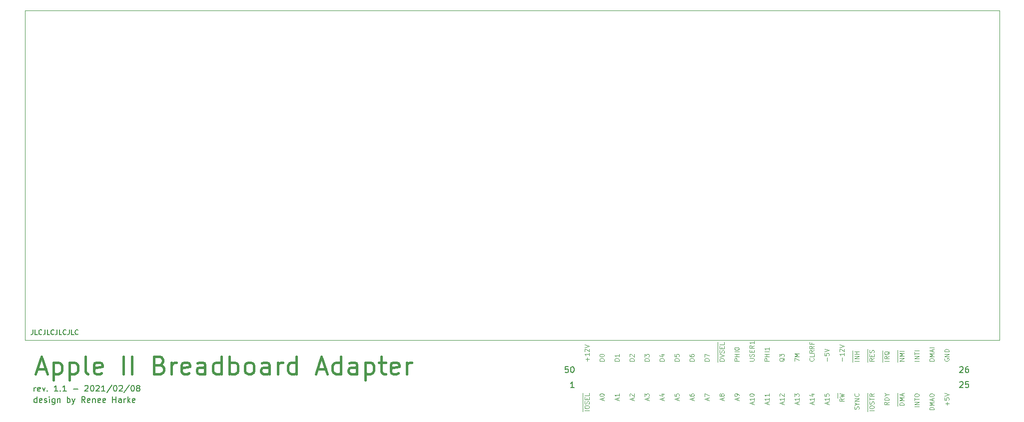
<source format=gbr>
G04 #@! TF.GenerationSoftware,KiCad,Pcbnew,(5.1.5-0-10_14)*
G04 #@! TF.CreationDate,2021-02-08T21:24:19-05:00*
G04 #@! TF.ProjectId,apple-ii-breadboard-card,6170706c-652d-4696-992d-627265616462,1.1*
G04 #@! TF.SameCoordinates,Original*
G04 #@! TF.FileFunction,Legend,Top*
G04 #@! TF.FilePolarity,Positive*
%FSLAX46Y46*%
G04 Gerber Fmt 4.6, Leading zero omitted, Abs format (unit mm)*
G04 Created by KiCad (PCBNEW (5.1.5-0-10_14)) date 2021-02-08 21:24:19*
%MOMM*%
%LPD*%
G04 APERTURE LIST*
%ADD10C,0.150000*%
%ADD11C,0.450000*%
%ADD12C,0.120000*%
%ADD13C,0.125000*%
G04 APERTURE END LIST*
D10*
X76964166Y-122372380D02*
X76964166Y-121372380D01*
X76964166Y-122324761D02*
X76868928Y-122372380D01*
X76678452Y-122372380D01*
X76583214Y-122324761D01*
X76535595Y-122277142D01*
X76487976Y-122181904D01*
X76487976Y-121896190D01*
X76535595Y-121800952D01*
X76583214Y-121753333D01*
X76678452Y-121705714D01*
X76868928Y-121705714D01*
X76964166Y-121753333D01*
X77821309Y-122324761D02*
X77726071Y-122372380D01*
X77535595Y-122372380D01*
X77440357Y-122324761D01*
X77392738Y-122229523D01*
X77392738Y-121848571D01*
X77440357Y-121753333D01*
X77535595Y-121705714D01*
X77726071Y-121705714D01*
X77821309Y-121753333D01*
X77868928Y-121848571D01*
X77868928Y-121943809D01*
X77392738Y-122039047D01*
X78249880Y-122324761D02*
X78345119Y-122372380D01*
X78535595Y-122372380D01*
X78630833Y-122324761D01*
X78678452Y-122229523D01*
X78678452Y-122181904D01*
X78630833Y-122086666D01*
X78535595Y-122039047D01*
X78392738Y-122039047D01*
X78297500Y-121991428D01*
X78249880Y-121896190D01*
X78249880Y-121848571D01*
X78297500Y-121753333D01*
X78392738Y-121705714D01*
X78535595Y-121705714D01*
X78630833Y-121753333D01*
X79107023Y-122372380D02*
X79107023Y-121705714D01*
X79107023Y-121372380D02*
X79059404Y-121420000D01*
X79107023Y-121467619D01*
X79154642Y-121420000D01*
X79107023Y-121372380D01*
X79107023Y-121467619D01*
X80011785Y-121705714D02*
X80011785Y-122515238D01*
X79964166Y-122610476D01*
X79916547Y-122658095D01*
X79821309Y-122705714D01*
X79678452Y-122705714D01*
X79583214Y-122658095D01*
X80011785Y-122324761D02*
X79916547Y-122372380D01*
X79726071Y-122372380D01*
X79630833Y-122324761D01*
X79583214Y-122277142D01*
X79535595Y-122181904D01*
X79535595Y-121896190D01*
X79583214Y-121800952D01*
X79630833Y-121753333D01*
X79726071Y-121705714D01*
X79916547Y-121705714D01*
X80011785Y-121753333D01*
X80487976Y-121705714D02*
X80487976Y-122372380D01*
X80487976Y-121800952D02*
X80535595Y-121753333D01*
X80630833Y-121705714D01*
X80773690Y-121705714D01*
X80868928Y-121753333D01*
X80916547Y-121848571D01*
X80916547Y-122372380D01*
X82154642Y-122372380D02*
X82154642Y-121372380D01*
X82154642Y-121753333D02*
X82249880Y-121705714D01*
X82440357Y-121705714D01*
X82535595Y-121753333D01*
X82583214Y-121800952D01*
X82630833Y-121896190D01*
X82630833Y-122181904D01*
X82583214Y-122277142D01*
X82535595Y-122324761D01*
X82440357Y-122372380D01*
X82249880Y-122372380D01*
X82154642Y-122324761D01*
X82964166Y-121705714D02*
X83202261Y-122372380D01*
X83440357Y-121705714D02*
X83202261Y-122372380D01*
X83107023Y-122610476D01*
X83059404Y-122658095D01*
X82964166Y-122705714D01*
X85154642Y-122372380D02*
X84821309Y-121896190D01*
X84583214Y-122372380D02*
X84583214Y-121372380D01*
X84964166Y-121372380D01*
X85059404Y-121420000D01*
X85107023Y-121467619D01*
X85154642Y-121562857D01*
X85154642Y-121705714D01*
X85107023Y-121800952D01*
X85059404Y-121848571D01*
X84964166Y-121896190D01*
X84583214Y-121896190D01*
X85964166Y-122324761D02*
X85868928Y-122372380D01*
X85678452Y-122372380D01*
X85583214Y-122324761D01*
X85535595Y-122229523D01*
X85535595Y-121848571D01*
X85583214Y-121753333D01*
X85678452Y-121705714D01*
X85868928Y-121705714D01*
X85964166Y-121753333D01*
X86011785Y-121848571D01*
X86011785Y-121943809D01*
X85535595Y-122039047D01*
X86440357Y-121705714D02*
X86440357Y-122372380D01*
X86440357Y-121800952D02*
X86487976Y-121753333D01*
X86583214Y-121705714D01*
X86726071Y-121705714D01*
X86821309Y-121753333D01*
X86868928Y-121848571D01*
X86868928Y-122372380D01*
X87726071Y-122324761D02*
X87630833Y-122372380D01*
X87440357Y-122372380D01*
X87345119Y-122324761D01*
X87297500Y-122229523D01*
X87297500Y-121848571D01*
X87345119Y-121753333D01*
X87440357Y-121705714D01*
X87630833Y-121705714D01*
X87726071Y-121753333D01*
X87773690Y-121848571D01*
X87773690Y-121943809D01*
X87297500Y-122039047D01*
X88583214Y-122324761D02*
X88487976Y-122372380D01*
X88297500Y-122372380D01*
X88202261Y-122324761D01*
X88154642Y-122229523D01*
X88154642Y-121848571D01*
X88202261Y-121753333D01*
X88297500Y-121705714D01*
X88487976Y-121705714D01*
X88583214Y-121753333D01*
X88630833Y-121848571D01*
X88630833Y-121943809D01*
X88154642Y-122039047D01*
X89821309Y-122372380D02*
X89821309Y-121372380D01*
X89821309Y-121848571D02*
X90392738Y-121848571D01*
X90392738Y-122372380D02*
X90392738Y-121372380D01*
X91297500Y-122372380D02*
X91297500Y-121848571D01*
X91249880Y-121753333D01*
X91154642Y-121705714D01*
X90964166Y-121705714D01*
X90868928Y-121753333D01*
X91297500Y-122324761D02*
X91202261Y-122372380D01*
X90964166Y-122372380D01*
X90868928Y-122324761D01*
X90821309Y-122229523D01*
X90821309Y-122134285D01*
X90868928Y-122039047D01*
X90964166Y-121991428D01*
X91202261Y-121991428D01*
X91297500Y-121943809D01*
X91773690Y-122372380D02*
X91773690Y-121705714D01*
X91773690Y-121896190D02*
X91821309Y-121800952D01*
X91868928Y-121753333D01*
X91964166Y-121705714D01*
X92059404Y-121705714D01*
X92392738Y-122372380D02*
X92392738Y-121372380D01*
X92487976Y-121991428D02*
X92773690Y-122372380D01*
X92773690Y-121705714D02*
X92392738Y-122086666D01*
X93583214Y-122324761D02*
X93487976Y-122372380D01*
X93297500Y-122372380D01*
X93202261Y-122324761D01*
X93154642Y-122229523D01*
X93154642Y-121848571D01*
X93202261Y-121753333D01*
X93297500Y-121705714D01*
X93487976Y-121705714D01*
X93583214Y-121753333D01*
X93630833Y-121848571D01*
X93630833Y-121943809D01*
X93154642Y-122039047D01*
X76314761Y-110051904D02*
X76314761Y-110623333D01*
X76276666Y-110737619D01*
X76200476Y-110813809D01*
X76086190Y-110851904D01*
X76010000Y-110851904D01*
X77076666Y-110851904D02*
X76695714Y-110851904D01*
X76695714Y-110051904D01*
X77800476Y-110775714D02*
X77762380Y-110813809D01*
X77648095Y-110851904D01*
X77571904Y-110851904D01*
X77457619Y-110813809D01*
X77381428Y-110737619D01*
X77343333Y-110661428D01*
X77305238Y-110509047D01*
X77305238Y-110394761D01*
X77343333Y-110242380D01*
X77381428Y-110166190D01*
X77457619Y-110090000D01*
X77571904Y-110051904D01*
X77648095Y-110051904D01*
X77762380Y-110090000D01*
X77800476Y-110128095D01*
X78371904Y-110051904D02*
X78371904Y-110623333D01*
X78333809Y-110737619D01*
X78257619Y-110813809D01*
X78143333Y-110851904D01*
X78067142Y-110851904D01*
X79133809Y-110851904D02*
X78752857Y-110851904D01*
X78752857Y-110051904D01*
X79857619Y-110775714D02*
X79819523Y-110813809D01*
X79705238Y-110851904D01*
X79629047Y-110851904D01*
X79514761Y-110813809D01*
X79438571Y-110737619D01*
X79400476Y-110661428D01*
X79362380Y-110509047D01*
X79362380Y-110394761D01*
X79400476Y-110242380D01*
X79438571Y-110166190D01*
X79514761Y-110090000D01*
X79629047Y-110051904D01*
X79705238Y-110051904D01*
X79819523Y-110090000D01*
X79857619Y-110128095D01*
X80429047Y-110051904D02*
X80429047Y-110623333D01*
X80390952Y-110737619D01*
X80314761Y-110813809D01*
X80200476Y-110851904D01*
X80124285Y-110851904D01*
X81190952Y-110851904D02*
X80810000Y-110851904D01*
X80810000Y-110051904D01*
X81914761Y-110775714D02*
X81876666Y-110813809D01*
X81762380Y-110851904D01*
X81686190Y-110851904D01*
X81571904Y-110813809D01*
X81495714Y-110737619D01*
X81457619Y-110661428D01*
X81419523Y-110509047D01*
X81419523Y-110394761D01*
X81457619Y-110242380D01*
X81495714Y-110166190D01*
X81571904Y-110090000D01*
X81686190Y-110051904D01*
X81762380Y-110051904D01*
X81876666Y-110090000D01*
X81914761Y-110128095D01*
X82486190Y-110051904D02*
X82486190Y-110623333D01*
X82448095Y-110737619D01*
X82371904Y-110813809D01*
X82257619Y-110851904D01*
X82181428Y-110851904D01*
X83248095Y-110851904D02*
X82867142Y-110851904D01*
X82867142Y-110051904D01*
X83971904Y-110775714D02*
X83933809Y-110813809D01*
X83819523Y-110851904D01*
X83743333Y-110851904D01*
X83629047Y-110813809D01*
X83552857Y-110737619D01*
X83514761Y-110661428D01*
X83476666Y-110509047D01*
X83476666Y-110394761D01*
X83514761Y-110242380D01*
X83552857Y-110166190D01*
X83629047Y-110090000D01*
X83743333Y-110051904D01*
X83819523Y-110051904D01*
X83933809Y-110090000D01*
X83971904Y-110128095D01*
X233332976Y-116387619D02*
X233380595Y-116340000D01*
X233475833Y-116292380D01*
X233713928Y-116292380D01*
X233809166Y-116340000D01*
X233856785Y-116387619D01*
X233904404Y-116482857D01*
X233904404Y-116578095D01*
X233856785Y-116720952D01*
X233285357Y-117292380D01*
X233904404Y-117292380D01*
X234761547Y-116292380D02*
X234571071Y-116292380D01*
X234475833Y-116340000D01*
X234428214Y-116387619D01*
X234332976Y-116530476D01*
X234285357Y-116720952D01*
X234285357Y-117101904D01*
X234332976Y-117197142D01*
X234380595Y-117244761D01*
X234475833Y-117292380D01*
X234666309Y-117292380D01*
X234761547Y-117244761D01*
X234809166Y-117197142D01*
X234856785Y-117101904D01*
X234856785Y-116863809D01*
X234809166Y-116768571D01*
X234761547Y-116720952D01*
X234666309Y-116673333D01*
X234475833Y-116673333D01*
X234380595Y-116720952D01*
X234332976Y-116768571D01*
X234285357Y-116863809D01*
X233332976Y-118927619D02*
X233380595Y-118880000D01*
X233475833Y-118832380D01*
X233713928Y-118832380D01*
X233809166Y-118880000D01*
X233856785Y-118927619D01*
X233904404Y-119022857D01*
X233904404Y-119118095D01*
X233856785Y-119260952D01*
X233285357Y-119832380D01*
X233904404Y-119832380D01*
X234809166Y-118832380D02*
X234332976Y-118832380D01*
X234285357Y-119308571D01*
X234332976Y-119260952D01*
X234428214Y-119213333D01*
X234666309Y-119213333D01*
X234761547Y-119260952D01*
X234809166Y-119308571D01*
X234856785Y-119403809D01*
X234856785Y-119641904D01*
X234809166Y-119737142D01*
X234761547Y-119784761D01*
X234666309Y-119832380D01*
X234428214Y-119832380D01*
X234332976Y-119784761D01*
X234285357Y-119737142D01*
X166987023Y-116292380D02*
X166510833Y-116292380D01*
X166463214Y-116768571D01*
X166510833Y-116720952D01*
X166606071Y-116673333D01*
X166844166Y-116673333D01*
X166939404Y-116720952D01*
X166987023Y-116768571D01*
X167034642Y-116863809D01*
X167034642Y-117101904D01*
X166987023Y-117197142D01*
X166939404Y-117244761D01*
X166844166Y-117292380D01*
X166606071Y-117292380D01*
X166510833Y-117244761D01*
X166463214Y-117197142D01*
X167653690Y-116292380D02*
X167748928Y-116292380D01*
X167844166Y-116340000D01*
X167891785Y-116387619D01*
X167939404Y-116482857D01*
X167987023Y-116673333D01*
X167987023Y-116911428D01*
X167939404Y-117101904D01*
X167891785Y-117197142D01*
X167844166Y-117244761D01*
X167748928Y-117292380D01*
X167653690Y-117292380D01*
X167558452Y-117244761D01*
X167510833Y-117197142D01*
X167463214Y-117101904D01*
X167415595Y-116911428D01*
X167415595Y-116673333D01*
X167463214Y-116482857D01*
X167510833Y-116387619D01*
X167558452Y-116340000D01*
X167653690Y-116292380D01*
X167987023Y-119832380D02*
X167415595Y-119832380D01*
X167701309Y-119832380D02*
X167701309Y-118832380D01*
X167606071Y-118975238D01*
X167510833Y-119070476D01*
X167415595Y-119118095D01*
X76535595Y-120467380D02*
X76535595Y-119800714D01*
X76535595Y-119991190D02*
X76583214Y-119895952D01*
X76630833Y-119848333D01*
X76726071Y-119800714D01*
X76821309Y-119800714D01*
X77535595Y-120419761D02*
X77440357Y-120467380D01*
X77249880Y-120467380D01*
X77154642Y-120419761D01*
X77107023Y-120324523D01*
X77107023Y-119943571D01*
X77154642Y-119848333D01*
X77249880Y-119800714D01*
X77440357Y-119800714D01*
X77535595Y-119848333D01*
X77583214Y-119943571D01*
X77583214Y-120038809D01*
X77107023Y-120134047D01*
X77916547Y-119800714D02*
X78154642Y-120467380D01*
X78392738Y-119800714D01*
X78773690Y-120372142D02*
X78821309Y-120419761D01*
X78773690Y-120467380D01*
X78726071Y-120419761D01*
X78773690Y-120372142D01*
X78773690Y-120467380D01*
X80535595Y-120467380D02*
X79964166Y-120467380D01*
X80249880Y-120467380D02*
X80249880Y-119467380D01*
X80154642Y-119610238D01*
X80059404Y-119705476D01*
X79964166Y-119753095D01*
X80964166Y-120372142D02*
X81011785Y-120419761D01*
X80964166Y-120467380D01*
X80916547Y-120419761D01*
X80964166Y-120372142D01*
X80964166Y-120467380D01*
X81964166Y-120467380D02*
X81392738Y-120467380D01*
X81678452Y-120467380D02*
X81678452Y-119467380D01*
X81583214Y-119610238D01*
X81487976Y-119705476D01*
X81392738Y-119753095D01*
X83154642Y-120086428D02*
X83916547Y-120086428D01*
X85107023Y-119562619D02*
X85154642Y-119515000D01*
X85249880Y-119467380D01*
X85487976Y-119467380D01*
X85583214Y-119515000D01*
X85630833Y-119562619D01*
X85678452Y-119657857D01*
X85678452Y-119753095D01*
X85630833Y-119895952D01*
X85059404Y-120467380D01*
X85678452Y-120467380D01*
X86297500Y-119467380D02*
X86392738Y-119467380D01*
X86487976Y-119515000D01*
X86535595Y-119562619D01*
X86583214Y-119657857D01*
X86630833Y-119848333D01*
X86630833Y-120086428D01*
X86583214Y-120276904D01*
X86535595Y-120372142D01*
X86487976Y-120419761D01*
X86392738Y-120467380D01*
X86297500Y-120467380D01*
X86202261Y-120419761D01*
X86154642Y-120372142D01*
X86107023Y-120276904D01*
X86059404Y-120086428D01*
X86059404Y-119848333D01*
X86107023Y-119657857D01*
X86154642Y-119562619D01*
X86202261Y-119515000D01*
X86297500Y-119467380D01*
X87011785Y-119562619D02*
X87059404Y-119515000D01*
X87154642Y-119467380D01*
X87392738Y-119467380D01*
X87487976Y-119515000D01*
X87535595Y-119562619D01*
X87583214Y-119657857D01*
X87583214Y-119753095D01*
X87535595Y-119895952D01*
X86964166Y-120467380D01*
X87583214Y-120467380D01*
X88535595Y-120467380D02*
X87964166Y-120467380D01*
X88249880Y-120467380D02*
X88249880Y-119467380D01*
X88154642Y-119610238D01*
X88059404Y-119705476D01*
X87964166Y-119753095D01*
X89678452Y-119419761D02*
X88821309Y-120705476D01*
X90202261Y-119467380D02*
X90297500Y-119467380D01*
X90392738Y-119515000D01*
X90440357Y-119562619D01*
X90487976Y-119657857D01*
X90535595Y-119848333D01*
X90535595Y-120086428D01*
X90487976Y-120276904D01*
X90440357Y-120372142D01*
X90392738Y-120419761D01*
X90297500Y-120467380D01*
X90202261Y-120467380D01*
X90107023Y-120419761D01*
X90059404Y-120372142D01*
X90011785Y-120276904D01*
X89964166Y-120086428D01*
X89964166Y-119848333D01*
X90011785Y-119657857D01*
X90059404Y-119562619D01*
X90107023Y-119515000D01*
X90202261Y-119467380D01*
X90916547Y-119562619D02*
X90964166Y-119515000D01*
X91059404Y-119467380D01*
X91297500Y-119467380D01*
X91392738Y-119515000D01*
X91440357Y-119562619D01*
X91487976Y-119657857D01*
X91487976Y-119753095D01*
X91440357Y-119895952D01*
X90868928Y-120467380D01*
X91487976Y-120467380D01*
X92630833Y-119419761D02*
X91773690Y-120705476D01*
X93154642Y-119467380D02*
X93249880Y-119467380D01*
X93345119Y-119515000D01*
X93392738Y-119562619D01*
X93440357Y-119657857D01*
X93487976Y-119848333D01*
X93487976Y-120086428D01*
X93440357Y-120276904D01*
X93392738Y-120372142D01*
X93345119Y-120419761D01*
X93249880Y-120467380D01*
X93154642Y-120467380D01*
X93059404Y-120419761D01*
X93011785Y-120372142D01*
X92964166Y-120276904D01*
X92916547Y-120086428D01*
X92916547Y-119848333D01*
X92964166Y-119657857D01*
X93011785Y-119562619D01*
X93059404Y-119515000D01*
X93154642Y-119467380D01*
X94059404Y-119895952D02*
X93964166Y-119848333D01*
X93916547Y-119800714D01*
X93868928Y-119705476D01*
X93868928Y-119657857D01*
X93916547Y-119562619D01*
X93964166Y-119515000D01*
X94059404Y-119467380D01*
X94249880Y-119467380D01*
X94345119Y-119515000D01*
X94392738Y-119562619D01*
X94440357Y-119657857D01*
X94440357Y-119705476D01*
X94392738Y-119800714D01*
X94345119Y-119848333D01*
X94249880Y-119895952D01*
X94059404Y-119895952D01*
X93964166Y-119943571D01*
X93916547Y-119991190D01*
X93868928Y-120086428D01*
X93868928Y-120276904D01*
X93916547Y-120372142D01*
X93964166Y-120419761D01*
X94059404Y-120467380D01*
X94249880Y-120467380D01*
X94345119Y-120419761D01*
X94392738Y-120372142D01*
X94440357Y-120276904D01*
X94440357Y-120086428D01*
X94392738Y-119991190D01*
X94345119Y-119943571D01*
X94249880Y-119895952D01*
D11*
X77063928Y-116705000D02*
X78492500Y-116705000D01*
X76778214Y-117562142D02*
X77778214Y-114562142D01*
X78778214Y-117562142D01*
X79778214Y-115562142D02*
X79778214Y-118562142D01*
X79778214Y-115705000D02*
X80063928Y-115562142D01*
X80635357Y-115562142D01*
X80921071Y-115705000D01*
X81063928Y-115847857D01*
X81206785Y-116133571D01*
X81206785Y-116990714D01*
X81063928Y-117276428D01*
X80921071Y-117419285D01*
X80635357Y-117562142D01*
X80063928Y-117562142D01*
X79778214Y-117419285D01*
X82492500Y-115562142D02*
X82492500Y-118562142D01*
X82492500Y-115705000D02*
X82778214Y-115562142D01*
X83349642Y-115562142D01*
X83635357Y-115705000D01*
X83778214Y-115847857D01*
X83921071Y-116133571D01*
X83921071Y-116990714D01*
X83778214Y-117276428D01*
X83635357Y-117419285D01*
X83349642Y-117562142D01*
X82778214Y-117562142D01*
X82492500Y-117419285D01*
X85635357Y-117562142D02*
X85349642Y-117419285D01*
X85206785Y-117133571D01*
X85206785Y-114562142D01*
X87921071Y-117419285D02*
X87635357Y-117562142D01*
X87063928Y-117562142D01*
X86778214Y-117419285D01*
X86635357Y-117133571D01*
X86635357Y-115990714D01*
X86778214Y-115705000D01*
X87063928Y-115562142D01*
X87635357Y-115562142D01*
X87921071Y-115705000D01*
X88063928Y-115990714D01*
X88063928Y-116276428D01*
X86635357Y-116562142D01*
X91635357Y-117562142D02*
X91635357Y-114562142D01*
X93063928Y-117562142D02*
X93063928Y-114562142D01*
X97778214Y-115990714D02*
X98206785Y-116133571D01*
X98349642Y-116276428D01*
X98492500Y-116562142D01*
X98492500Y-116990714D01*
X98349642Y-117276428D01*
X98206785Y-117419285D01*
X97921071Y-117562142D01*
X96778214Y-117562142D01*
X96778214Y-114562142D01*
X97778214Y-114562142D01*
X98063928Y-114705000D01*
X98206785Y-114847857D01*
X98349642Y-115133571D01*
X98349642Y-115419285D01*
X98206785Y-115705000D01*
X98063928Y-115847857D01*
X97778214Y-115990714D01*
X96778214Y-115990714D01*
X99778214Y-117562142D02*
X99778214Y-115562142D01*
X99778214Y-116133571D02*
X99921071Y-115847857D01*
X100063928Y-115705000D01*
X100349642Y-115562142D01*
X100635357Y-115562142D01*
X102778214Y-117419285D02*
X102492500Y-117562142D01*
X101921071Y-117562142D01*
X101635357Y-117419285D01*
X101492500Y-117133571D01*
X101492500Y-115990714D01*
X101635357Y-115705000D01*
X101921071Y-115562142D01*
X102492500Y-115562142D01*
X102778214Y-115705000D01*
X102921071Y-115990714D01*
X102921071Y-116276428D01*
X101492500Y-116562142D01*
X105492500Y-117562142D02*
X105492500Y-115990714D01*
X105349642Y-115705000D01*
X105063928Y-115562142D01*
X104492500Y-115562142D01*
X104206785Y-115705000D01*
X105492500Y-117419285D02*
X105206785Y-117562142D01*
X104492500Y-117562142D01*
X104206785Y-117419285D01*
X104063928Y-117133571D01*
X104063928Y-116847857D01*
X104206785Y-116562142D01*
X104492500Y-116419285D01*
X105206785Y-116419285D01*
X105492500Y-116276428D01*
X108206785Y-117562142D02*
X108206785Y-114562142D01*
X108206785Y-117419285D02*
X107921071Y-117562142D01*
X107349642Y-117562142D01*
X107063928Y-117419285D01*
X106921071Y-117276428D01*
X106778214Y-116990714D01*
X106778214Y-116133571D01*
X106921071Y-115847857D01*
X107063928Y-115705000D01*
X107349642Y-115562142D01*
X107921071Y-115562142D01*
X108206785Y-115705000D01*
X109635357Y-117562142D02*
X109635357Y-114562142D01*
X109635357Y-115705000D02*
X109921071Y-115562142D01*
X110492500Y-115562142D01*
X110778214Y-115705000D01*
X110921071Y-115847857D01*
X111063928Y-116133571D01*
X111063928Y-116990714D01*
X110921071Y-117276428D01*
X110778214Y-117419285D01*
X110492500Y-117562142D01*
X109921071Y-117562142D01*
X109635357Y-117419285D01*
X112778214Y-117562142D02*
X112492500Y-117419285D01*
X112349642Y-117276428D01*
X112206785Y-116990714D01*
X112206785Y-116133571D01*
X112349642Y-115847857D01*
X112492500Y-115705000D01*
X112778214Y-115562142D01*
X113206785Y-115562142D01*
X113492500Y-115705000D01*
X113635357Y-115847857D01*
X113778214Y-116133571D01*
X113778214Y-116990714D01*
X113635357Y-117276428D01*
X113492500Y-117419285D01*
X113206785Y-117562142D01*
X112778214Y-117562142D01*
X116349642Y-117562142D02*
X116349642Y-115990714D01*
X116206785Y-115705000D01*
X115921071Y-115562142D01*
X115349642Y-115562142D01*
X115063928Y-115705000D01*
X116349642Y-117419285D02*
X116063928Y-117562142D01*
X115349642Y-117562142D01*
X115063928Y-117419285D01*
X114921071Y-117133571D01*
X114921071Y-116847857D01*
X115063928Y-116562142D01*
X115349642Y-116419285D01*
X116063928Y-116419285D01*
X116349642Y-116276428D01*
X117778214Y-117562142D02*
X117778214Y-115562142D01*
X117778214Y-116133571D02*
X117921071Y-115847857D01*
X118063928Y-115705000D01*
X118349642Y-115562142D01*
X118635357Y-115562142D01*
X120921071Y-117562142D02*
X120921071Y-114562142D01*
X120921071Y-117419285D02*
X120635357Y-117562142D01*
X120063928Y-117562142D01*
X119778214Y-117419285D01*
X119635357Y-117276428D01*
X119492500Y-116990714D01*
X119492500Y-116133571D01*
X119635357Y-115847857D01*
X119778214Y-115705000D01*
X120063928Y-115562142D01*
X120635357Y-115562142D01*
X120921071Y-115705000D01*
X124492500Y-116705000D02*
X125921071Y-116705000D01*
X124206785Y-117562142D02*
X125206785Y-114562142D01*
X126206785Y-117562142D01*
X128492500Y-117562142D02*
X128492500Y-114562142D01*
X128492500Y-117419285D02*
X128206785Y-117562142D01*
X127635357Y-117562142D01*
X127349642Y-117419285D01*
X127206785Y-117276428D01*
X127063928Y-116990714D01*
X127063928Y-116133571D01*
X127206785Y-115847857D01*
X127349642Y-115705000D01*
X127635357Y-115562142D01*
X128206785Y-115562142D01*
X128492500Y-115705000D01*
X131206785Y-117562142D02*
X131206785Y-115990714D01*
X131063928Y-115705000D01*
X130778214Y-115562142D01*
X130206785Y-115562142D01*
X129921071Y-115705000D01*
X131206785Y-117419285D02*
X130921071Y-117562142D01*
X130206785Y-117562142D01*
X129921071Y-117419285D01*
X129778214Y-117133571D01*
X129778214Y-116847857D01*
X129921071Y-116562142D01*
X130206785Y-116419285D01*
X130921071Y-116419285D01*
X131206785Y-116276428D01*
X132635357Y-115562142D02*
X132635357Y-118562142D01*
X132635357Y-115705000D02*
X132921071Y-115562142D01*
X133492500Y-115562142D01*
X133778214Y-115705000D01*
X133921071Y-115847857D01*
X134063928Y-116133571D01*
X134063928Y-116990714D01*
X133921071Y-117276428D01*
X133778214Y-117419285D01*
X133492500Y-117562142D01*
X132921071Y-117562142D01*
X132635357Y-117419285D01*
X134921071Y-115562142D02*
X136063928Y-115562142D01*
X135349642Y-114562142D02*
X135349642Y-117133571D01*
X135492500Y-117419285D01*
X135778214Y-117562142D01*
X136063928Y-117562142D01*
X138206785Y-117419285D02*
X137921071Y-117562142D01*
X137349642Y-117562142D01*
X137063928Y-117419285D01*
X136921071Y-117133571D01*
X136921071Y-115990714D01*
X137063928Y-115705000D01*
X137349642Y-115562142D01*
X137921071Y-115562142D01*
X138206785Y-115705000D01*
X138349642Y-115990714D01*
X138349642Y-116276428D01*
X136921071Y-116562142D01*
X139635357Y-117562142D02*
X139635357Y-115562142D01*
X139635357Y-116133571D02*
X139778214Y-115847857D01*
X139921071Y-115705000D01*
X140206785Y-115562142D01*
X140492500Y-115562142D01*
D12*
X240030000Y-55880000D02*
X240030000Y-111760000D01*
X74930000Y-55880000D02*
X240030000Y-55880000D01*
X74930000Y-111760000D02*
X74930000Y-55880000D01*
X74930000Y-111760000D02*
X240030000Y-111760000D01*
D13*
X230765000Y-114917321D02*
X230729285Y-114988750D01*
X230729285Y-115095892D01*
X230765000Y-115203035D01*
X230836428Y-115274464D01*
X230907857Y-115310178D01*
X231050714Y-115345892D01*
X231157857Y-115345892D01*
X231300714Y-115310178D01*
X231372142Y-115274464D01*
X231443571Y-115203035D01*
X231479285Y-115095892D01*
X231479285Y-115024464D01*
X231443571Y-114917321D01*
X231407857Y-114881607D01*
X231157857Y-114881607D01*
X231157857Y-115024464D01*
X231479285Y-114560178D02*
X230729285Y-114560178D01*
X231479285Y-114131607D01*
X230729285Y-114131607D01*
X231479285Y-113774464D02*
X230729285Y-113774464D01*
X230729285Y-113595892D01*
X230765000Y-113488750D01*
X230836428Y-113417321D01*
X230907857Y-113381607D01*
X231050714Y-113345892D01*
X231157857Y-113345892D01*
X231300714Y-113381607D01*
X231372142Y-113417321D01*
X231443571Y-113488750D01*
X231479285Y-113595892D01*
X231479285Y-113774464D01*
X228939285Y-115310178D02*
X228189285Y-115310178D01*
X228189285Y-115131607D01*
X228225000Y-115024464D01*
X228296428Y-114953035D01*
X228367857Y-114917321D01*
X228510714Y-114881607D01*
X228617857Y-114881607D01*
X228760714Y-114917321D01*
X228832142Y-114953035D01*
X228903571Y-115024464D01*
X228939285Y-115131607D01*
X228939285Y-115310178D01*
X228939285Y-114560178D02*
X228189285Y-114560178D01*
X228725000Y-114310178D01*
X228189285Y-114060178D01*
X228939285Y-114060178D01*
X228725000Y-113738750D02*
X228725000Y-113381607D01*
X228939285Y-113810178D02*
X228189285Y-113560178D01*
X228939285Y-113310178D01*
X228939285Y-113060178D02*
X228189285Y-113060178D01*
X226399285Y-115310178D02*
X225649285Y-115310178D01*
X226399285Y-114953035D02*
X225649285Y-114953035D01*
X226399285Y-114524464D01*
X225649285Y-114524464D01*
X225649285Y-114274464D02*
X225649285Y-113845892D01*
X226399285Y-114060178D02*
X225649285Y-114060178D01*
X226399285Y-113595892D02*
X225649285Y-113595892D01*
X222817500Y-115488750D02*
X222817500Y-114703035D01*
X223859285Y-115310178D02*
X223109285Y-115310178D01*
X223859285Y-114881607D01*
X223109285Y-114881607D01*
X222817500Y-114703035D02*
X222817500Y-113845892D01*
X223859285Y-114524464D02*
X223109285Y-114524464D01*
X223645000Y-114274464D01*
X223109285Y-114024464D01*
X223859285Y-114024464D01*
X222817500Y-113845892D02*
X222817500Y-113488750D01*
X223859285Y-113667321D02*
X223109285Y-113667321D01*
X220277500Y-115488750D02*
X220277500Y-115131607D01*
X221319285Y-115310178D02*
X220569285Y-115310178D01*
X220277500Y-115131607D02*
X220277500Y-114381607D01*
X221319285Y-114524464D02*
X220962142Y-114774464D01*
X221319285Y-114953035D02*
X220569285Y-114953035D01*
X220569285Y-114667321D01*
X220605000Y-114595892D01*
X220640714Y-114560178D01*
X220712142Y-114524464D01*
X220819285Y-114524464D01*
X220890714Y-114560178D01*
X220926428Y-114595892D01*
X220962142Y-114667321D01*
X220962142Y-114953035D01*
X220277500Y-114381607D02*
X220277500Y-113595892D01*
X221390714Y-113703035D02*
X221355000Y-113774464D01*
X221283571Y-113845892D01*
X221176428Y-113953035D01*
X221140714Y-114024464D01*
X221140714Y-114095892D01*
X221319285Y-114060178D02*
X221283571Y-114131607D01*
X221212142Y-114203035D01*
X221069285Y-114238750D01*
X220819285Y-114238750D01*
X220676428Y-114203035D01*
X220605000Y-114131607D01*
X220569285Y-114060178D01*
X220569285Y-113917321D01*
X220605000Y-113845892D01*
X220676428Y-113774464D01*
X220819285Y-113738750D01*
X221069285Y-113738750D01*
X221212142Y-113774464D01*
X221283571Y-113845892D01*
X221319285Y-113917321D01*
X221319285Y-114060178D01*
X217737500Y-115488750D02*
X217737500Y-114738750D01*
X218779285Y-114881607D02*
X218422142Y-115131607D01*
X218779285Y-115310178D02*
X218029285Y-115310178D01*
X218029285Y-115024464D01*
X218065000Y-114953035D01*
X218100714Y-114917321D01*
X218172142Y-114881607D01*
X218279285Y-114881607D01*
X218350714Y-114917321D01*
X218386428Y-114953035D01*
X218422142Y-115024464D01*
X218422142Y-115310178D01*
X217737500Y-114738750D02*
X217737500Y-114060178D01*
X218386428Y-114560178D02*
X218386428Y-114310178D01*
X218779285Y-114203035D02*
X218779285Y-114560178D01*
X218029285Y-114560178D01*
X218029285Y-114203035D01*
X217737500Y-114060178D02*
X217737500Y-113345892D01*
X218743571Y-113917321D02*
X218779285Y-113810178D01*
X218779285Y-113631607D01*
X218743571Y-113560178D01*
X218707857Y-113524464D01*
X218636428Y-113488750D01*
X218565000Y-113488750D01*
X218493571Y-113524464D01*
X218457857Y-113560178D01*
X218422142Y-113631607D01*
X218386428Y-113774464D01*
X218350714Y-113845892D01*
X218315000Y-113881607D01*
X218243571Y-113917321D01*
X218172142Y-113917321D01*
X218100714Y-113881607D01*
X218065000Y-113845892D01*
X218029285Y-113774464D01*
X218029285Y-113595892D01*
X218065000Y-113488750D01*
X215197500Y-115488750D02*
X215197500Y-115131607D01*
X216239285Y-115310178D02*
X215489285Y-115310178D01*
X215197500Y-115131607D02*
X215197500Y-114345892D01*
X216239285Y-114953035D02*
X215489285Y-114953035D01*
X216239285Y-114524464D01*
X215489285Y-114524464D01*
X215197500Y-114345892D02*
X215197500Y-113560178D01*
X216239285Y-114167321D02*
X215489285Y-114167321D01*
X215846428Y-114167321D02*
X215846428Y-113738750D01*
X216239285Y-113738750D02*
X215489285Y-113738750D01*
X213413571Y-115310178D02*
X213413571Y-114738750D01*
X213699285Y-113988750D02*
X213699285Y-114417321D01*
X213699285Y-114203035D02*
X212949285Y-114203035D01*
X213056428Y-114274464D01*
X213127857Y-114345892D01*
X213163571Y-114417321D01*
X213020714Y-113703035D02*
X212985000Y-113667321D01*
X212949285Y-113595892D01*
X212949285Y-113417321D01*
X212985000Y-113345892D01*
X213020714Y-113310178D01*
X213092142Y-113274464D01*
X213163571Y-113274464D01*
X213270714Y-113310178D01*
X213699285Y-113738750D01*
X213699285Y-113274464D01*
X212949285Y-113060178D02*
X213699285Y-112810178D01*
X212949285Y-112560178D01*
X210873571Y-115310178D02*
X210873571Y-114738750D01*
X210409285Y-114024464D02*
X210409285Y-114381607D01*
X210766428Y-114417321D01*
X210730714Y-114381607D01*
X210695000Y-114310178D01*
X210695000Y-114131607D01*
X210730714Y-114060178D01*
X210766428Y-114024464D01*
X210837857Y-113988750D01*
X211016428Y-113988750D01*
X211087857Y-114024464D01*
X211123571Y-114060178D01*
X211159285Y-114131607D01*
X211159285Y-114310178D01*
X211123571Y-114381607D01*
X211087857Y-114417321D01*
X210409285Y-113774464D02*
X211159285Y-113524464D01*
X210409285Y-113274464D01*
X208547857Y-114881607D02*
X208583571Y-114917321D01*
X208619285Y-115024464D01*
X208619285Y-115095892D01*
X208583571Y-115203035D01*
X208512142Y-115274464D01*
X208440714Y-115310178D01*
X208297857Y-115345892D01*
X208190714Y-115345892D01*
X208047857Y-115310178D01*
X207976428Y-115274464D01*
X207905000Y-115203035D01*
X207869285Y-115095892D01*
X207869285Y-115024464D01*
X207905000Y-114917321D01*
X207940714Y-114881607D01*
X208619285Y-114203035D02*
X208619285Y-114560178D01*
X207869285Y-114560178D01*
X208619285Y-113524464D02*
X208262142Y-113774464D01*
X208619285Y-113953035D02*
X207869285Y-113953035D01*
X207869285Y-113667321D01*
X207905000Y-113595892D01*
X207940714Y-113560178D01*
X208012142Y-113524464D01*
X208119285Y-113524464D01*
X208190714Y-113560178D01*
X208226428Y-113595892D01*
X208262142Y-113667321D01*
X208262142Y-113953035D01*
X208619285Y-112774464D02*
X208262142Y-113024464D01*
X208619285Y-113203035D02*
X207869285Y-113203035D01*
X207869285Y-112917321D01*
X207905000Y-112845892D01*
X207940714Y-112810178D01*
X208012142Y-112774464D01*
X208119285Y-112774464D01*
X208190714Y-112810178D01*
X208226428Y-112845892D01*
X208262142Y-112917321D01*
X208262142Y-113203035D01*
X208226428Y-112203035D02*
X208226428Y-112453035D01*
X208619285Y-112453035D02*
X207869285Y-112453035D01*
X207869285Y-112095892D01*
X205329285Y-115381607D02*
X205329285Y-114881607D01*
X206079285Y-115203035D01*
X206079285Y-114595892D02*
X205329285Y-114595892D01*
X205865000Y-114345892D01*
X205329285Y-114095892D01*
X206079285Y-114095892D01*
X203610714Y-114810178D02*
X203575000Y-114881607D01*
X203503571Y-114953035D01*
X203396428Y-115060178D01*
X203360714Y-115131607D01*
X203360714Y-115203035D01*
X203539285Y-115167321D02*
X203503571Y-115238750D01*
X203432142Y-115310178D01*
X203289285Y-115345892D01*
X203039285Y-115345892D01*
X202896428Y-115310178D01*
X202825000Y-115238750D01*
X202789285Y-115167321D01*
X202789285Y-115024464D01*
X202825000Y-114953035D01*
X202896428Y-114881607D01*
X203039285Y-114845892D01*
X203289285Y-114845892D01*
X203432142Y-114881607D01*
X203503571Y-114953035D01*
X203539285Y-115024464D01*
X203539285Y-115167321D01*
X202789285Y-114595892D02*
X202789285Y-114131607D01*
X203075000Y-114381607D01*
X203075000Y-114274464D01*
X203110714Y-114203035D01*
X203146428Y-114167321D01*
X203217857Y-114131607D01*
X203396428Y-114131607D01*
X203467857Y-114167321D01*
X203503571Y-114203035D01*
X203539285Y-114274464D01*
X203539285Y-114488750D01*
X203503571Y-114560178D01*
X203467857Y-114595892D01*
X200999285Y-115310178D02*
X200249285Y-115310178D01*
X200249285Y-115024464D01*
X200285000Y-114953035D01*
X200320714Y-114917321D01*
X200392142Y-114881607D01*
X200499285Y-114881607D01*
X200570714Y-114917321D01*
X200606428Y-114953035D01*
X200642142Y-115024464D01*
X200642142Y-115310178D01*
X200999285Y-114560178D02*
X200249285Y-114560178D01*
X200606428Y-114560178D02*
X200606428Y-114131607D01*
X200999285Y-114131607D02*
X200249285Y-114131607D01*
X200999285Y-113774464D02*
X200249285Y-113774464D01*
X200999285Y-113024464D02*
X200999285Y-113453035D01*
X200999285Y-113238750D02*
X200249285Y-113238750D01*
X200356428Y-113310178D01*
X200427857Y-113381607D01*
X200463571Y-113453035D01*
X197709285Y-115310178D02*
X198316428Y-115310178D01*
X198387857Y-115274464D01*
X198423571Y-115238750D01*
X198459285Y-115167321D01*
X198459285Y-115024464D01*
X198423571Y-114953035D01*
X198387857Y-114917321D01*
X198316428Y-114881607D01*
X197709285Y-114881607D01*
X198423571Y-114560178D02*
X198459285Y-114453035D01*
X198459285Y-114274464D01*
X198423571Y-114203035D01*
X198387857Y-114167321D01*
X198316428Y-114131607D01*
X198245000Y-114131607D01*
X198173571Y-114167321D01*
X198137857Y-114203035D01*
X198102142Y-114274464D01*
X198066428Y-114417321D01*
X198030714Y-114488750D01*
X197995000Y-114524464D01*
X197923571Y-114560178D01*
X197852142Y-114560178D01*
X197780714Y-114524464D01*
X197745000Y-114488750D01*
X197709285Y-114417321D01*
X197709285Y-114238750D01*
X197745000Y-114131607D01*
X198066428Y-113810178D02*
X198066428Y-113560178D01*
X198459285Y-113453035D02*
X198459285Y-113810178D01*
X197709285Y-113810178D01*
X197709285Y-113453035D01*
X198459285Y-112703035D02*
X198102142Y-112953035D01*
X198459285Y-113131607D02*
X197709285Y-113131607D01*
X197709285Y-112845892D01*
X197745000Y-112774464D01*
X197780714Y-112738750D01*
X197852142Y-112703035D01*
X197959285Y-112703035D01*
X198030714Y-112738750D01*
X198066428Y-112774464D01*
X198102142Y-112845892D01*
X198102142Y-113131607D01*
X198459285Y-111988750D02*
X198459285Y-112417321D01*
X198459285Y-112203035D02*
X197709285Y-112203035D01*
X197816428Y-112274464D01*
X197887857Y-112345892D01*
X197923571Y-112417321D01*
X195919285Y-115310178D02*
X195169285Y-115310178D01*
X195169285Y-115024464D01*
X195205000Y-114953035D01*
X195240714Y-114917321D01*
X195312142Y-114881607D01*
X195419285Y-114881607D01*
X195490714Y-114917321D01*
X195526428Y-114953035D01*
X195562142Y-115024464D01*
X195562142Y-115310178D01*
X195919285Y-114560178D02*
X195169285Y-114560178D01*
X195526428Y-114560178D02*
X195526428Y-114131607D01*
X195919285Y-114131607D02*
X195169285Y-114131607D01*
X195919285Y-113774464D02*
X195169285Y-113774464D01*
X195169285Y-113274464D02*
X195169285Y-113203035D01*
X195205000Y-113131607D01*
X195240714Y-113095892D01*
X195312142Y-113060178D01*
X195455000Y-113024464D01*
X195633571Y-113024464D01*
X195776428Y-113060178D01*
X195847857Y-113095892D01*
X195883571Y-113131607D01*
X195919285Y-113203035D01*
X195919285Y-113274464D01*
X195883571Y-113345892D01*
X195847857Y-113381607D01*
X195776428Y-113417321D01*
X195633571Y-113453035D01*
X195455000Y-113453035D01*
X195312142Y-113417321D01*
X195240714Y-113381607D01*
X195205000Y-113345892D01*
X195169285Y-113274464D01*
X192337500Y-115488750D02*
X192337500Y-114738750D01*
X193379285Y-115310178D02*
X192629285Y-115310178D01*
X192629285Y-115131607D01*
X192665000Y-115024464D01*
X192736428Y-114953035D01*
X192807857Y-114917321D01*
X192950714Y-114881607D01*
X193057857Y-114881607D01*
X193200714Y-114917321D01*
X193272142Y-114953035D01*
X193343571Y-115024464D01*
X193379285Y-115131607D01*
X193379285Y-115310178D01*
X192337500Y-114738750D02*
X192337500Y-114095892D01*
X192629285Y-114667321D02*
X193379285Y-114417321D01*
X192629285Y-114167321D01*
X192337500Y-114095892D02*
X192337500Y-113381607D01*
X193343571Y-113953035D02*
X193379285Y-113845892D01*
X193379285Y-113667321D01*
X193343571Y-113595892D01*
X193307857Y-113560178D01*
X193236428Y-113524464D01*
X193165000Y-113524464D01*
X193093571Y-113560178D01*
X193057857Y-113595892D01*
X193022142Y-113667321D01*
X192986428Y-113810178D01*
X192950714Y-113881607D01*
X192915000Y-113917321D01*
X192843571Y-113953035D01*
X192772142Y-113953035D01*
X192700714Y-113917321D01*
X192665000Y-113881607D01*
X192629285Y-113810178D01*
X192629285Y-113631607D01*
X192665000Y-113524464D01*
X192337500Y-113381607D02*
X192337500Y-112703035D01*
X192986428Y-113203035D02*
X192986428Y-112953035D01*
X193379285Y-112845892D02*
X193379285Y-113203035D01*
X192629285Y-113203035D01*
X192629285Y-112845892D01*
X192337500Y-112703035D02*
X192337500Y-112095892D01*
X193379285Y-112167321D02*
X193379285Y-112524464D01*
X192629285Y-112524464D01*
X190839285Y-115310178D02*
X190089285Y-115310178D01*
X190089285Y-115131607D01*
X190125000Y-115024464D01*
X190196428Y-114953035D01*
X190267857Y-114917321D01*
X190410714Y-114881607D01*
X190517857Y-114881607D01*
X190660714Y-114917321D01*
X190732142Y-114953035D01*
X190803571Y-115024464D01*
X190839285Y-115131607D01*
X190839285Y-115310178D01*
X190089285Y-114631607D02*
X190089285Y-114131607D01*
X190839285Y-114453035D01*
X188299285Y-115310178D02*
X187549285Y-115310178D01*
X187549285Y-115131607D01*
X187585000Y-115024464D01*
X187656428Y-114953035D01*
X187727857Y-114917321D01*
X187870714Y-114881607D01*
X187977857Y-114881607D01*
X188120714Y-114917321D01*
X188192142Y-114953035D01*
X188263571Y-115024464D01*
X188299285Y-115131607D01*
X188299285Y-115310178D01*
X187549285Y-114238750D02*
X187549285Y-114381607D01*
X187585000Y-114453035D01*
X187620714Y-114488750D01*
X187727857Y-114560178D01*
X187870714Y-114595892D01*
X188156428Y-114595892D01*
X188227857Y-114560178D01*
X188263571Y-114524464D01*
X188299285Y-114453035D01*
X188299285Y-114310178D01*
X188263571Y-114238750D01*
X188227857Y-114203035D01*
X188156428Y-114167321D01*
X187977857Y-114167321D01*
X187906428Y-114203035D01*
X187870714Y-114238750D01*
X187835000Y-114310178D01*
X187835000Y-114453035D01*
X187870714Y-114524464D01*
X187906428Y-114560178D01*
X187977857Y-114595892D01*
X185759285Y-115310178D02*
X185009285Y-115310178D01*
X185009285Y-115131607D01*
X185045000Y-115024464D01*
X185116428Y-114953035D01*
X185187857Y-114917321D01*
X185330714Y-114881607D01*
X185437857Y-114881607D01*
X185580714Y-114917321D01*
X185652142Y-114953035D01*
X185723571Y-115024464D01*
X185759285Y-115131607D01*
X185759285Y-115310178D01*
X185009285Y-114203035D02*
X185009285Y-114560178D01*
X185366428Y-114595892D01*
X185330714Y-114560178D01*
X185295000Y-114488750D01*
X185295000Y-114310178D01*
X185330714Y-114238750D01*
X185366428Y-114203035D01*
X185437857Y-114167321D01*
X185616428Y-114167321D01*
X185687857Y-114203035D01*
X185723571Y-114238750D01*
X185759285Y-114310178D01*
X185759285Y-114488750D01*
X185723571Y-114560178D01*
X185687857Y-114595892D01*
X183219285Y-115310178D02*
X182469285Y-115310178D01*
X182469285Y-115131607D01*
X182505000Y-115024464D01*
X182576428Y-114953035D01*
X182647857Y-114917321D01*
X182790714Y-114881607D01*
X182897857Y-114881607D01*
X183040714Y-114917321D01*
X183112142Y-114953035D01*
X183183571Y-115024464D01*
X183219285Y-115131607D01*
X183219285Y-115310178D01*
X182719285Y-114238750D02*
X183219285Y-114238750D01*
X182433571Y-114417321D02*
X182969285Y-114595892D01*
X182969285Y-114131607D01*
X180679285Y-115310178D02*
X179929285Y-115310178D01*
X179929285Y-115131607D01*
X179965000Y-115024464D01*
X180036428Y-114953035D01*
X180107857Y-114917321D01*
X180250714Y-114881607D01*
X180357857Y-114881607D01*
X180500714Y-114917321D01*
X180572142Y-114953035D01*
X180643571Y-115024464D01*
X180679285Y-115131607D01*
X180679285Y-115310178D01*
X179929285Y-114631607D02*
X179929285Y-114167321D01*
X180215000Y-114417321D01*
X180215000Y-114310178D01*
X180250714Y-114238750D01*
X180286428Y-114203035D01*
X180357857Y-114167321D01*
X180536428Y-114167321D01*
X180607857Y-114203035D01*
X180643571Y-114238750D01*
X180679285Y-114310178D01*
X180679285Y-114524464D01*
X180643571Y-114595892D01*
X180607857Y-114631607D01*
X178139285Y-115310178D02*
X177389285Y-115310178D01*
X177389285Y-115131607D01*
X177425000Y-115024464D01*
X177496428Y-114953035D01*
X177567857Y-114917321D01*
X177710714Y-114881607D01*
X177817857Y-114881607D01*
X177960714Y-114917321D01*
X178032142Y-114953035D01*
X178103571Y-115024464D01*
X178139285Y-115131607D01*
X178139285Y-115310178D01*
X177460714Y-114595892D02*
X177425000Y-114560178D01*
X177389285Y-114488750D01*
X177389285Y-114310178D01*
X177425000Y-114238750D01*
X177460714Y-114203035D01*
X177532142Y-114167321D01*
X177603571Y-114167321D01*
X177710714Y-114203035D01*
X178139285Y-114631607D01*
X178139285Y-114167321D01*
X175599285Y-115310178D02*
X174849285Y-115310178D01*
X174849285Y-115131607D01*
X174885000Y-115024464D01*
X174956428Y-114953035D01*
X175027857Y-114917321D01*
X175170714Y-114881607D01*
X175277857Y-114881607D01*
X175420714Y-114917321D01*
X175492142Y-114953035D01*
X175563571Y-115024464D01*
X175599285Y-115131607D01*
X175599285Y-115310178D01*
X175599285Y-114167321D02*
X175599285Y-114595892D01*
X175599285Y-114381607D02*
X174849285Y-114381607D01*
X174956428Y-114453035D01*
X175027857Y-114524464D01*
X175063571Y-114595892D01*
X173059285Y-115310178D02*
X172309285Y-115310178D01*
X172309285Y-115131607D01*
X172345000Y-115024464D01*
X172416428Y-114953035D01*
X172487857Y-114917321D01*
X172630714Y-114881607D01*
X172737857Y-114881607D01*
X172880714Y-114917321D01*
X172952142Y-114953035D01*
X173023571Y-115024464D01*
X173059285Y-115131607D01*
X173059285Y-115310178D01*
X172309285Y-114417321D02*
X172309285Y-114345892D01*
X172345000Y-114274464D01*
X172380714Y-114238750D01*
X172452142Y-114203035D01*
X172595000Y-114167321D01*
X172773571Y-114167321D01*
X172916428Y-114203035D01*
X172987857Y-114238750D01*
X173023571Y-114274464D01*
X173059285Y-114345892D01*
X173059285Y-114417321D01*
X173023571Y-114488750D01*
X172987857Y-114524464D01*
X172916428Y-114560178D01*
X172773571Y-114595892D01*
X172595000Y-114595892D01*
X172452142Y-114560178D01*
X172380714Y-114524464D01*
X172345000Y-114488750D01*
X172309285Y-114417321D01*
X170233571Y-115310178D02*
X170233571Y-114738750D01*
X170519285Y-115024464D02*
X169947857Y-115024464D01*
X170519285Y-113988750D02*
X170519285Y-114417321D01*
X170519285Y-114203035D02*
X169769285Y-114203035D01*
X169876428Y-114274464D01*
X169947857Y-114345892D01*
X169983571Y-114417321D01*
X169840714Y-113703035D02*
X169805000Y-113667321D01*
X169769285Y-113595892D01*
X169769285Y-113417321D01*
X169805000Y-113345892D01*
X169840714Y-113310178D01*
X169912142Y-113274464D01*
X169983571Y-113274464D01*
X170090714Y-113310178D01*
X170519285Y-113738750D01*
X170519285Y-113274464D01*
X169769285Y-113060178D02*
X170519285Y-112810178D01*
X169769285Y-112560178D01*
X231193571Y-122838392D02*
X231193571Y-122266964D01*
X231479285Y-122552678D02*
X230907857Y-122552678D01*
X230729285Y-121552678D02*
X230729285Y-121909821D01*
X231086428Y-121945535D01*
X231050714Y-121909821D01*
X231015000Y-121838392D01*
X231015000Y-121659821D01*
X231050714Y-121588392D01*
X231086428Y-121552678D01*
X231157857Y-121516964D01*
X231336428Y-121516964D01*
X231407857Y-121552678D01*
X231443571Y-121588392D01*
X231479285Y-121659821D01*
X231479285Y-121838392D01*
X231443571Y-121909821D01*
X231407857Y-121945535D01*
X230729285Y-121302678D02*
X231479285Y-121052678D01*
X230729285Y-120802678D01*
X228939285Y-123588392D02*
X228189285Y-123588392D01*
X228189285Y-123409821D01*
X228225000Y-123302678D01*
X228296428Y-123231250D01*
X228367857Y-123195535D01*
X228510714Y-123159821D01*
X228617857Y-123159821D01*
X228760714Y-123195535D01*
X228832142Y-123231250D01*
X228903571Y-123302678D01*
X228939285Y-123409821D01*
X228939285Y-123588392D01*
X228939285Y-122838392D02*
X228189285Y-122838392D01*
X228725000Y-122588392D01*
X228189285Y-122338392D01*
X228939285Y-122338392D01*
X228725000Y-122016964D02*
X228725000Y-121659821D01*
X228939285Y-122088392D02*
X228189285Y-121838392D01*
X228939285Y-121588392D01*
X228189285Y-121195535D02*
X228189285Y-121052678D01*
X228225000Y-120981250D01*
X228296428Y-120909821D01*
X228439285Y-120874107D01*
X228689285Y-120874107D01*
X228832142Y-120909821D01*
X228903571Y-120981250D01*
X228939285Y-121052678D01*
X228939285Y-121195535D01*
X228903571Y-121266964D01*
X228832142Y-121338392D01*
X228689285Y-121374107D01*
X228439285Y-121374107D01*
X228296428Y-121338392D01*
X228225000Y-121266964D01*
X228189285Y-121195535D01*
X226399285Y-123052678D02*
X225649285Y-123052678D01*
X226399285Y-122695535D02*
X225649285Y-122695535D01*
X226399285Y-122266964D01*
X225649285Y-122266964D01*
X225649285Y-122016964D02*
X225649285Y-121588392D01*
X226399285Y-121802678D02*
X225649285Y-121802678D01*
X225649285Y-121195535D02*
X225649285Y-121052678D01*
X225685000Y-120981250D01*
X225756428Y-120909821D01*
X225899285Y-120874107D01*
X226149285Y-120874107D01*
X226292142Y-120909821D01*
X226363571Y-120981250D01*
X226399285Y-121052678D01*
X226399285Y-121195535D01*
X226363571Y-121266964D01*
X226292142Y-121338392D01*
X226149285Y-121374107D01*
X225899285Y-121374107D01*
X225756428Y-121338392D01*
X225685000Y-121266964D01*
X225649285Y-121195535D01*
X222817500Y-122981250D02*
X222817500Y-122231250D01*
X223859285Y-122802678D02*
X223109285Y-122802678D01*
X223109285Y-122624107D01*
X223145000Y-122516964D01*
X223216428Y-122445535D01*
X223287857Y-122409821D01*
X223430714Y-122374107D01*
X223537857Y-122374107D01*
X223680714Y-122409821D01*
X223752142Y-122445535D01*
X223823571Y-122516964D01*
X223859285Y-122624107D01*
X223859285Y-122802678D01*
X222817500Y-122231250D02*
X222817500Y-121374107D01*
X223859285Y-122052678D02*
X223109285Y-122052678D01*
X223645000Y-121802678D01*
X223109285Y-121552678D01*
X223859285Y-121552678D01*
X222817500Y-121374107D02*
X222817500Y-120731250D01*
X223645000Y-121231250D02*
X223645000Y-120874107D01*
X223859285Y-121302678D02*
X223109285Y-121052678D01*
X223859285Y-120802678D01*
X221319285Y-122266964D02*
X220962142Y-122516964D01*
X221319285Y-122695535D02*
X220569285Y-122695535D01*
X220569285Y-122409821D01*
X220605000Y-122338392D01*
X220640714Y-122302678D01*
X220712142Y-122266964D01*
X220819285Y-122266964D01*
X220890714Y-122302678D01*
X220926428Y-122338392D01*
X220962142Y-122409821D01*
X220962142Y-122695535D01*
X221319285Y-121945535D02*
X220569285Y-121945535D01*
X220569285Y-121766964D01*
X220605000Y-121659821D01*
X220676428Y-121588392D01*
X220747857Y-121552678D01*
X220890714Y-121516964D01*
X220997857Y-121516964D01*
X221140714Y-121552678D01*
X221212142Y-121588392D01*
X221283571Y-121659821D01*
X221319285Y-121766964D01*
X221319285Y-121945535D01*
X220962142Y-121052678D02*
X221319285Y-121052678D01*
X220569285Y-121302678D02*
X220962142Y-121052678D01*
X220569285Y-120802678D01*
X217737500Y-123909821D02*
X217737500Y-123552678D01*
X218779285Y-123731250D02*
X218029285Y-123731250D01*
X217737500Y-123552678D02*
X217737500Y-122766964D01*
X218029285Y-123231250D02*
X218029285Y-123088392D01*
X218065000Y-123016964D01*
X218136428Y-122945535D01*
X218279285Y-122909821D01*
X218529285Y-122909821D01*
X218672142Y-122945535D01*
X218743571Y-123016964D01*
X218779285Y-123088392D01*
X218779285Y-123231250D01*
X218743571Y-123302678D01*
X218672142Y-123374107D01*
X218529285Y-123409821D01*
X218279285Y-123409821D01*
X218136428Y-123374107D01*
X218065000Y-123302678D01*
X218029285Y-123231250D01*
X217737500Y-122766964D02*
X217737500Y-122052678D01*
X218743571Y-122624107D02*
X218779285Y-122516964D01*
X218779285Y-122338392D01*
X218743571Y-122266964D01*
X218707857Y-122231250D01*
X218636428Y-122195535D01*
X218565000Y-122195535D01*
X218493571Y-122231250D01*
X218457857Y-122266964D01*
X218422142Y-122338392D01*
X218386428Y-122481250D01*
X218350714Y-122552678D01*
X218315000Y-122588392D01*
X218243571Y-122624107D01*
X218172142Y-122624107D01*
X218100714Y-122588392D01*
X218065000Y-122552678D01*
X218029285Y-122481250D01*
X218029285Y-122302678D01*
X218065000Y-122195535D01*
X217737500Y-122052678D02*
X217737500Y-121481250D01*
X218029285Y-121981250D02*
X218029285Y-121552678D01*
X218779285Y-121766964D02*
X218029285Y-121766964D01*
X217737500Y-121481250D02*
X217737500Y-120731250D01*
X218779285Y-120874107D02*
X218422142Y-121124107D01*
X218779285Y-121302678D02*
X218029285Y-121302678D01*
X218029285Y-121016964D01*
X218065000Y-120945535D01*
X218100714Y-120909821D01*
X218172142Y-120874107D01*
X218279285Y-120874107D01*
X218350714Y-120909821D01*
X218386428Y-120945535D01*
X218422142Y-121016964D01*
X218422142Y-121302678D01*
X216203571Y-123481250D02*
X216239285Y-123374107D01*
X216239285Y-123195535D01*
X216203571Y-123124107D01*
X216167857Y-123088392D01*
X216096428Y-123052678D01*
X216025000Y-123052678D01*
X215953571Y-123088392D01*
X215917857Y-123124107D01*
X215882142Y-123195535D01*
X215846428Y-123338392D01*
X215810714Y-123409821D01*
X215775000Y-123445535D01*
X215703571Y-123481250D01*
X215632142Y-123481250D01*
X215560714Y-123445535D01*
X215525000Y-123409821D01*
X215489285Y-123338392D01*
X215489285Y-123159821D01*
X215525000Y-123052678D01*
X215882142Y-122588392D02*
X216239285Y-122588392D01*
X215489285Y-122838392D02*
X215882142Y-122588392D01*
X215489285Y-122338392D01*
X216239285Y-122088392D02*
X215489285Y-122088392D01*
X216239285Y-121659821D01*
X215489285Y-121659821D01*
X216167857Y-120874107D02*
X216203571Y-120909821D01*
X216239285Y-121016964D01*
X216239285Y-121088392D01*
X216203571Y-121195535D01*
X216132142Y-121266964D01*
X216060714Y-121302678D01*
X215917857Y-121338392D01*
X215810714Y-121338392D01*
X215667857Y-121302678D01*
X215596428Y-121266964D01*
X215525000Y-121195535D01*
X215489285Y-121088392D01*
X215489285Y-121016964D01*
X215525000Y-120909821D01*
X215560714Y-120874107D01*
X213699285Y-121731250D02*
X213342142Y-121981250D01*
X213699285Y-122159821D02*
X212949285Y-122159821D01*
X212949285Y-121874107D01*
X212985000Y-121802678D01*
X213020714Y-121766964D01*
X213092142Y-121731250D01*
X213199285Y-121731250D01*
X213270714Y-121766964D01*
X213306428Y-121802678D01*
X213342142Y-121874107D01*
X213342142Y-122159821D01*
X212657500Y-121588392D02*
X212657500Y-120731250D01*
X212949285Y-121481250D02*
X213699285Y-121302678D01*
X213163571Y-121159821D01*
X213699285Y-121016964D01*
X212949285Y-120838392D01*
X210945000Y-122659821D02*
X210945000Y-122302678D01*
X211159285Y-122731250D02*
X210409285Y-122481250D01*
X211159285Y-122231250D01*
X211159285Y-121588392D02*
X211159285Y-122016964D01*
X211159285Y-121802678D02*
X210409285Y-121802678D01*
X210516428Y-121874107D01*
X210587857Y-121945535D01*
X210623571Y-122016964D01*
X210409285Y-120909821D02*
X210409285Y-121266964D01*
X210766428Y-121302678D01*
X210730714Y-121266964D01*
X210695000Y-121195535D01*
X210695000Y-121016964D01*
X210730714Y-120945535D01*
X210766428Y-120909821D01*
X210837857Y-120874107D01*
X211016428Y-120874107D01*
X211087857Y-120909821D01*
X211123571Y-120945535D01*
X211159285Y-121016964D01*
X211159285Y-121195535D01*
X211123571Y-121266964D01*
X211087857Y-121302678D01*
X208405000Y-122659821D02*
X208405000Y-122302678D01*
X208619285Y-122731250D02*
X207869285Y-122481250D01*
X208619285Y-122231250D01*
X208619285Y-121588392D02*
X208619285Y-122016964D01*
X208619285Y-121802678D02*
X207869285Y-121802678D01*
X207976428Y-121874107D01*
X208047857Y-121945535D01*
X208083571Y-122016964D01*
X208119285Y-120945535D02*
X208619285Y-120945535D01*
X207833571Y-121124107D02*
X208369285Y-121302678D01*
X208369285Y-120838392D01*
X205865000Y-122659821D02*
X205865000Y-122302678D01*
X206079285Y-122731250D02*
X205329285Y-122481250D01*
X206079285Y-122231250D01*
X206079285Y-121588392D02*
X206079285Y-122016964D01*
X206079285Y-121802678D02*
X205329285Y-121802678D01*
X205436428Y-121874107D01*
X205507857Y-121945535D01*
X205543571Y-122016964D01*
X205329285Y-121338392D02*
X205329285Y-120874107D01*
X205615000Y-121124107D01*
X205615000Y-121016964D01*
X205650714Y-120945535D01*
X205686428Y-120909821D01*
X205757857Y-120874107D01*
X205936428Y-120874107D01*
X206007857Y-120909821D01*
X206043571Y-120945535D01*
X206079285Y-121016964D01*
X206079285Y-121231250D01*
X206043571Y-121302678D01*
X206007857Y-121338392D01*
X203325000Y-122659821D02*
X203325000Y-122302678D01*
X203539285Y-122731250D02*
X202789285Y-122481250D01*
X203539285Y-122231250D01*
X203539285Y-121588392D02*
X203539285Y-122016964D01*
X203539285Y-121802678D02*
X202789285Y-121802678D01*
X202896428Y-121874107D01*
X202967857Y-121945535D01*
X203003571Y-122016964D01*
X202860714Y-121302678D02*
X202825000Y-121266964D01*
X202789285Y-121195535D01*
X202789285Y-121016964D01*
X202825000Y-120945535D01*
X202860714Y-120909821D01*
X202932142Y-120874107D01*
X203003571Y-120874107D01*
X203110714Y-120909821D01*
X203539285Y-121338392D01*
X203539285Y-120874107D01*
X200785000Y-122659821D02*
X200785000Y-122302678D01*
X200999285Y-122731250D02*
X200249285Y-122481250D01*
X200999285Y-122231250D01*
X200999285Y-121588392D02*
X200999285Y-122016964D01*
X200999285Y-121802678D02*
X200249285Y-121802678D01*
X200356428Y-121874107D01*
X200427857Y-121945535D01*
X200463571Y-122016964D01*
X200999285Y-120874107D02*
X200999285Y-121302678D01*
X200999285Y-121088392D02*
X200249285Y-121088392D01*
X200356428Y-121159821D01*
X200427857Y-121231250D01*
X200463571Y-121302678D01*
X198245000Y-122659821D02*
X198245000Y-122302678D01*
X198459285Y-122731250D02*
X197709285Y-122481250D01*
X198459285Y-122231250D01*
X198459285Y-121588392D02*
X198459285Y-122016964D01*
X198459285Y-121802678D02*
X197709285Y-121802678D01*
X197816428Y-121874107D01*
X197887857Y-121945535D01*
X197923571Y-122016964D01*
X197709285Y-121124107D02*
X197709285Y-121052678D01*
X197745000Y-120981250D01*
X197780714Y-120945535D01*
X197852142Y-120909821D01*
X197995000Y-120874107D01*
X198173571Y-120874107D01*
X198316428Y-120909821D01*
X198387857Y-120945535D01*
X198423571Y-120981250D01*
X198459285Y-121052678D01*
X198459285Y-121124107D01*
X198423571Y-121195535D01*
X198387857Y-121231250D01*
X198316428Y-121266964D01*
X198173571Y-121302678D01*
X197995000Y-121302678D01*
X197852142Y-121266964D01*
X197780714Y-121231250D01*
X197745000Y-121195535D01*
X197709285Y-121124107D01*
X195705000Y-121945535D02*
X195705000Y-121588392D01*
X195919285Y-122016964D02*
X195169285Y-121766964D01*
X195919285Y-121516964D01*
X195919285Y-121231250D02*
X195919285Y-121088392D01*
X195883571Y-121016964D01*
X195847857Y-120981250D01*
X195740714Y-120909821D01*
X195597857Y-120874107D01*
X195312142Y-120874107D01*
X195240714Y-120909821D01*
X195205000Y-120945535D01*
X195169285Y-121016964D01*
X195169285Y-121159821D01*
X195205000Y-121231250D01*
X195240714Y-121266964D01*
X195312142Y-121302678D01*
X195490714Y-121302678D01*
X195562142Y-121266964D01*
X195597857Y-121231250D01*
X195633571Y-121159821D01*
X195633571Y-121016964D01*
X195597857Y-120945535D01*
X195562142Y-120909821D01*
X195490714Y-120874107D01*
X193165000Y-121945535D02*
X193165000Y-121588392D01*
X193379285Y-122016964D02*
X192629285Y-121766964D01*
X193379285Y-121516964D01*
X192950714Y-121159821D02*
X192915000Y-121231250D01*
X192879285Y-121266964D01*
X192807857Y-121302678D01*
X192772142Y-121302678D01*
X192700714Y-121266964D01*
X192665000Y-121231250D01*
X192629285Y-121159821D01*
X192629285Y-121016964D01*
X192665000Y-120945535D01*
X192700714Y-120909821D01*
X192772142Y-120874107D01*
X192807857Y-120874107D01*
X192879285Y-120909821D01*
X192915000Y-120945535D01*
X192950714Y-121016964D01*
X192950714Y-121159821D01*
X192986428Y-121231250D01*
X193022142Y-121266964D01*
X193093571Y-121302678D01*
X193236428Y-121302678D01*
X193307857Y-121266964D01*
X193343571Y-121231250D01*
X193379285Y-121159821D01*
X193379285Y-121016964D01*
X193343571Y-120945535D01*
X193307857Y-120909821D01*
X193236428Y-120874107D01*
X193093571Y-120874107D01*
X193022142Y-120909821D01*
X192986428Y-120945535D01*
X192950714Y-121016964D01*
X190625000Y-121945535D02*
X190625000Y-121588392D01*
X190839285Y-122016964D02*
X190089285Y-121766964D01*
X190839285Y-121516964D01*
X190089285Y-121338392D02*
X190089285Y-120838392D01*
X190839285Y-121159821D01*
X188085000Y-121945535D02*
X188085000Y-121588392D01*
X188299285Y-122016964D02*
X187549285Y-121766964D01*
X188299285Y-121516964D01*
X187549285Y-120945535D02*
X187549285Y-121088392D01*
X187585000Y-121159821D01*
X187620714Y-121195535D01*
X187727857Y-121266964D01*
X187870714Y-121302678D01*
X188156428Y-121302678D01*
X188227857Y-121266964D01*
X188263571Y-121231250D01*
X188299285Y-121159821D01*
X188299285Y-121016964D01*
X188263571Y-120945535D01*
X188227857Y-120909821D01*
X188156428Y-120874107D01*
X187977857Y-120874107D01*
X187906428Y-120909821D01*
X187870714Y-120945535D01*
X187835000Y-121016964D01*
X187835000Y-121159821D01*
X187870714Y-121231250D01*
X187906428Y-121266964D01*
X187977857Y-121302678D01*
X185545000Y-121945535D02*
X185545000Y-121588392D01*
X185759285Y-122016964D02*
X185009285Y-121766964D01*
X185759285Y-121516964D01*
X185009285Y-120909821D02*
X185009285Y-121266964D01*
X185366428Y-121302678D01*
X185330714Y-121266964D01*
X185295000Y-121195535D01*
X185295000Y-121016964D01*
X185330714Y-120945535D01*
X185366428Y-120909821D01*
X185437857Y-120874107D01*
X185616428Y-120874107D01*
X185687857Y-120909821D01*
X185723571Y-120945535D01*
X185759285Y-121016964D01*
X185759285Y-121195535D01*
X185723571Y-121266964D01*
X185687857Y-121302678D01*
X183005000Y-121945535D02*
X183005000Y-121588392D01*
X183219285Y-122016964D02*
X182469285Y-121766964D01*
X183219285Y-121516964D01*
X182719285Y-120945535D02*
X183219285Y-120945535D01*
X182433571Y-121124107D02*
X182969285Y-121302678D01*
X182969285Y-120838392D01*
X180465000Y-121945535D02*
X180465000Y-121588392D01*
X180679285Y-122016964D02*
X179929285Y-121766964D01*
X180679285Y-121516964D01*
X179929285Y-121338392D02*
X179929285Y-120874107D01*
X180215000Y-121124107D01*
X180215000Y-121016964D01*
X180250714Y-120945535D01*
X180286428Y-120909821D01*
X180357857Y-120874107D01*
X180536428Y-120874107D01*
X180607857Y-120909821D01*
X180643571Y-120945535D01*
X180679285Y-121016964D01*
X180679285Y-121231250D01*
X180643571Y-121302678D01*
X180607857Y-121338392D01*
X177925000Y-121945535D02*
X177925000Y-121588392D01*
X178139285Y-122016964D02*
X177389285Y-121766964D01*
X178139285Y-121516964D01*
X177460714Y-121302678D02*
X177425000Y-121266964D01*
X177389285Y-121195535D01*
X177389285Y-121016964D01*
X177425000Y-120945535D01*
X177460714Y-120909821D01*
X177532142Y-120874107D01*
X177603571Y-120874107D01*
X177710714Y-120909821D01*
X178139285Y-121338392D01*
X178139285Y-120874107D01*
X175385000Y-121945535D02*
X175385000Y-121588392D01*
X175599285Y-122016964D02*
X174849285Y-121766964D01*
X175599285Y-121516964D01*
X175599285Y-120874107D02*
X175599285Y-121302678D01*
X175599285Y-121088392D02*
X174849285Y-121088392D01*
X174956428Y-121159821D01*
X175027857Y-121231250D01*
X175063571Y-121302678D01*
X172845000Y-121945535D02*
X172845000Y-121588392D01*
X173059285Y-122016964D02*
X172309285Y-121766964D01*
X173059285Y-121516964D01*
X172309285Y-121124107D02*
X172309285Y-121052678D01*
X172345000Y-120981250D01*
X172380714Y-120945535D01*
X172452142Y-120909821D01*
X172595000Y-120874107D01*
X172773571Y-120874107D01*
X172916428Y-120909821D01*
X172987857Y-120945535D01*
X173023571Y-120981250D01*
X173059285Y-121052678D01*
X173059285Y-121124107D01*
X173023571Y-121195535D01*
X172987857Y-121231250D01*
X172916428Y-121266964D01*
X172773571Y-121302678D01*
X172595000Y-121302678D01*
X172452142Y-121266964D01*
X172380714Y-121231250D01*
X172345000Y-121195535D01*
X172309285Y-121124107D01*
X169477500Y-123874107D02*
X169477500Y-123516964D01*
X170519285Y-123695535D02*
X169769285Y-123695535D01*
X169477500Y-123516964D02*
X169477500Y-122731250D01*
X169769285Y-123195535D02*
X169769285Y-123052678D01*
X169805000Y-122981250D01*
X169876428Y-122909821D01*
X170019285Y-122874107D01*
X170269285Y-122874107D01*
X170412142Y-122909821D01*
X170483571Y-122981250D01*
X170519285Y-123052678D01*
X170519285Y-123195535D01*
X170483571Y-123266964D01*
X170412142Y-123338392D01*
X170269285Y-123374107D01*
X170019285Y-123374107D01*
X169876428Y-123338392D01*
X169805000Y-123266964D01*
X169769285Y-123195535D01*
X169477500Y-122731250D02*
X169477500Y-122016964D01*
X170483571Y-122588392D02*
X170519285Y-122481250D01*
X170519285Y-122302678D01*
X170483571Y-122231250D01*
X170447857Y-122195535D01*
X170376428Y-122159821D01*
X170305000Y-122159821D01*
X170233571Y-122195535D01*
X170197857Y-122231250D01*
X170162142Y-122302678D01*
X170126428Y-122445535D01*
X170090714Y-122516964D01*
X170055000Y-122552678D01*
X169983571Y-122588392D01*
X169912142Y-122588392D01*
X169840714Y-122552678D01*
X169805000Y-122516964D01*
X169769285Y-122445535D01*
X169769285Y-122266964D01*
X169805000Y-122159821D01*
X169477500Y-122016964D02*
X169477500Y-121338392D01*
X170126428Y-121838392D02*
X170126428Y-121588392D01*
X170519285Y-121481250D02*
X170519285Y-121838392D01*
X169769285Y-121838392D01*
X169769285Y-121481250D01*
X169477500Y-121338392D02*
X169477500Y-120731250D01*
X170519285Y-120802678D02*
X170519285Y-121159821D01*
X169769285Y-121159821D01*
M02*

</source>
